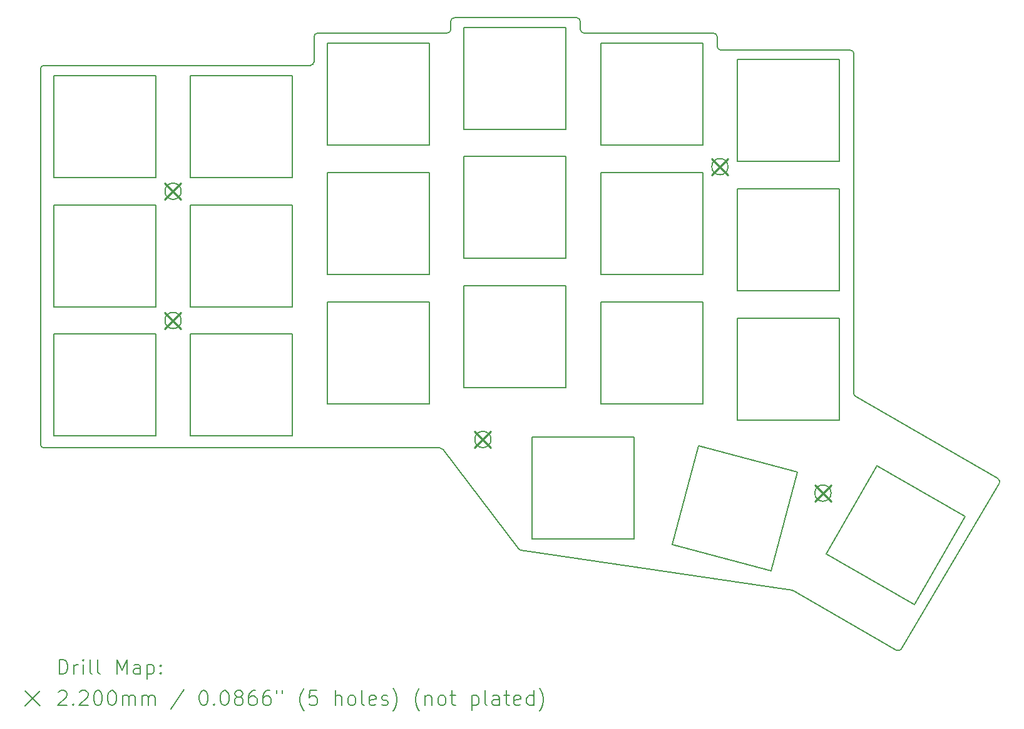
<source format=gbr>
%TF.GenerationSoftware,KiCad,Pcbnew,8.0.8+1*%
%TF.CreationDate,2025-07-09T04:57:59+00:00*%
%TF.ProjectId,frontplate,66726f6e-7470-46c6-9174-652e6b696361,0.2*%
%TF.SameCoordinates,Original*%
%TF.FileFunction,Drillmap*%
%TF.FilePolarity,Positive*%
%FSLAX45Y45*%
G04 Gerber Fmt 4.5, Leading zero omitted, Abs format (unit mm)*
G04 Created by KiCad (PCBNEW 8.0.8+1) date 2025-07-09 04:57:59*
%MOMM*%
%LPD*%
G01*
G04 APERTURE LIST*
%ADD10C,0.150000*%
%ADD11C,0.200000*%
%ADD12C,0.220000*%
G04 APERTURE END LIST*
D10*
X9131698Y-10801245D02*
X9131502Y-5720251D01*
X9181501Y-5670249D02*
X12781501Y-5670151D01*
X12831500Y-5620151D02*
X12831500Y-5282750D01*
X12881500Y-5232750D02*
X14631500Y-5232750D01*
X14681500Y-5182750D02*
X14681500Y-5075250D01*
X14731500Y-5025250D02*
X16384300Y-5025250D01*
X16434300Y-5075250D02*
X16434300Y-5182750D01*
X16484300Y-5232750D02*
X18234300Y-5232750D01*
X18284300Y-5282750D02*
X18284300Y-5412312D01*
X18334288Y-5462312D02*
X20083706Y-5462738D01*
X20133691Y-5513340D02*
X20131804Y-5669949D01*
X20131800Y-5670551D02*
X20131800Y-10111094D01*
X20156800Y-10154396D02*
X22081599Y-11265679D01*
X22099669Y-11334377D02*
X20779993Y-13572380D01*
X20711924Y-13590285D02*
X19318493Y-12785787D01*
X19300847Y-12779632D02*
X15624698Y-12233003D01*
X15592179Y-12213716D02*
X14575757Y-10870335D01*
X14535877Y-10850503D02*
X9181705Y-10851243D01*
X9131502Y-5720251D02*
G75*
G02*
X9181501Y-5670252I49998J1D01*
G01*
X12831500Y-5620151D02*
G75*
G02*
X12781501Y-5670150I-50000J1D01*
G01*
X12831500Y-5282750D02*
G75*
G02*
X12881500Y-5232750I50000J0D01*
G01*
X14681500Y-5182750D02*
G75*
G02*
X14631500Y-5232750I-50000J0D01*
G01*
X14681500Y-5075250D02*
G75*
G02*
X14731500Y-5025250I50000J0D01*
G01*
X16384300Y-5025250D02*
G75*
G02*
X16434300Y-5075250I0J-50000D01*
G01*
X16484300Y-5232750D02*
G75*
G02*
X16434300Y-5182750I0J50000D01*
G01*
X18234300Y-5232750D02*
G75*
G02*
X18284300Y-5282750I0J-50000D01*
G01*
X18334288Y-5462312D02*
G75*
G02*
X18284298Y-5412312I12J50002D01*
G01*
X20083706Y-5462738D02*
G75*
G02*
X20133689Y-5513340I-16J-50002D01*
G01*
X20131800Y-5670551D02*
G75*
G02*
X20131804Y-5669949I50400J1D01*
G01*
X20156800Y-10154396D02*
G75*
G02*
X20131796Y-10111094I25000J43306D01*
G01*
X22081599Y-11265679D02*
G75*
G02*
X22099669Y-11334377I-24999J-43301D01*
G01*
X20779993Y-13572380D02*
G75*
G02*
X20711922Y-13590288I-43073J25400D01*
G01*
X19300847Y-12779632D02*
G75*
G02*
X19318492Y-12785788I-7357J-49458D01*
G01*
X15624698Y-12233003D02*
G75*
G02*
X15592179Y-12213716I7352J49453D01*
G01*
X14535877Y-10850503D02*
G75*
G02*
X14575754Y-10870338I3J-49997D01*
G01*
X9181705Y-10851243D02*
G75*
G02*
X9131697Y-10801245I-5J50003D01*
G01*
X9310000Y-10690000D02*
X10690000Y-10690000D01*
X10690000Y-10690000D02*
X10690000Y-9310000D01*
X10690000Y-9310000D02*
X9310000Y-9310000D01*
X9310000Y-9310000D02*
X9310000Y-10690000D01*
X9310000Y-8940000D02*
X10690000Y-8940000D01*
X10690000Y-8940000D02*
X10690000Y-7560000D01*
X10690000Y-7560000D02*
X9310000Y-7560000D01*
X9310000Y-7560000D02*
X9310000Y-8940000D01*
X9310000Y-7190000D02*
X10690000Y-7190000D01*
X10690000Y-7190000D02*
X10690000Y-5810000D01*
X10690000Y-5810000D02*
X9310000Y-5810000D01*
X9310000Y-5810000D02*
X9310000Y-7190000D01*
X11160000Y-10690000D02*
X12540000Y-10690000D01*
X12540000Y-10690000D02*
X12540000Y-9310000D01*
X12540000Y-9310000D02*
X11160000Y-9310000D01*
X11160000Y-9310000D02*
X11160000Y-10690000D01*
X11160000Y-8940000D02*
X12540000Y-8940000D01*
X12540000Y-8940000D02*
X12540000Y-7560000D01*
X12540000Y-7560000D02*
X11160000Y-7560000D01*
X11160000Y-7560000D02*
X11160000Y-8940000D01*
X11160000Y-7190000D02*
X12540000Y-7190000D01*
X12540000Y-7190000D02*
X12540000Y-5810000D01*
X12540000Y-5810000D02*
X11160000Y-5810000D01*
X11160000Y-5810000D02*
X11160000Y-7190000D01*
X13010000Y-10252500D02*
X14390000Y-10252500D01*
X14390000Y-10252500D02*
X14390000Y-8872500D01*
X14390000Y-8872500D02*
X13010000Y-8872500D01*
X13010000Y-8872500D02*
X13010000Y-10252500D01*
X13010000Y-8502500D02*
X14390000Y-8502500D01*
X14390000Y-8502500D02*
X14390000Y-7122500D01*
X14390000Y-7122500D02*
X13010000Y-7122500D01*
X13010000Y-7122500D02*
X13010000Y-8502500D01*
X13010000Y-6752500D02*
X14390000Y-6752500D01*
X14390000Y-6752500D02*
X14390000Y-5372500D01*
X14390000Y-5372500D02*
X13010000Y-5372500D01*
X13010000Y-5372500D02*
X13010000Y-6752500D01*
X14860000Y-10033750D02*
X16240000Y-10033750D01*
X16240000Y-10033750D02*
X16240000Y-8653750D01*
X16240000Y-8653750D02*
X14860000Y-8653750D01*
X14860000Y-8653750D02*
X14860000Y-10033750D01*
X14860000Y-8283750D02*
X16240000Y-8283750D01*
X16240000Y-8283750D02*
X16240000Y-6903750D01*
X16240000Y-6903750D02*
X14860000Y-6903750D01*
X14860000Y-6903750D02*
X14860000Y-8283750D01*
X14860000Y-6533750D02*
X16240000Y-6533750D01*
X16240000Y-6533750D02*
X16240000Y-5153750D01*
X16240000Y-5153750D02*
X14860000Y-5153750D01*
X14860000Y-5153750D02*
X14860000Y-6533750D01*
X16710000Y-10252500D02*
X18090000Y-10252500D01*
X18090000Y-10252500D02*
X18090000Y-8872500D01*
X18090000Y-8872500D02*
X16710000Y-8872500D01*
X16710000Y-8872500D02*
X16710000Y-10252500D01*
X16710000Y-8502500D02*
X18090000Y-8502500D01*
X18090000Y-8502500D02*
X18090000Y-7122500D01*
X18090000Y-7122500D02*
X16710000Y-7122500D01*
X16710000Y-7122500D02*
X16710000Y-8502500D01*
X16710000Y-6752500D02*
X18090000Y-6752500D01*
X18090000Y-6752500D02*
X18090000Y-5372500D01*
X18090000Y-5372500D02*
X16710000Y-5372500D01*
X16710000Y-5372500D02*
X16710000Y-6752500D01*
X18560000Y-10471250D02*
X19940000Y-10471250D01*
X19940000Y-10471250D02*
X19940000Y-9091250D01*
X19940000Y-9091250D02*
X18560000Y-9091250D01*
X18560000Y-9091250D02*
X18560000Y-10471250D01*
X18560000Y-8721250D02*
X19940000Y-8721250D01*
X19940000Y-8721250D02*
X19940000Y-7341250D01*
X19940000Y-7341250D02*
X18560000Y-7341250D01*
X18560000Y-7341250D02*
X18560000Y-8721250D01*
X18560000Y-6971250D02*
X19940000Y-6971250D01*
X19940000Y-6971250D02*
X19940000Y-5591250D01*
X19940000Y-5591250D02*
X18560000Y-5591250D01*
X18560000Y-5591250D02*
X18560000Y-6971250D01*
X15785000Y-12083750D02*
X17165000Y-12083750D01*
X17165000Y-12083750D02*
X17165000Y-10703750D01*
X17165000Y-10703750D02*
X15785000Y-10703750D01*
X15785000Y-10703750D02*
X15785000Y-12083750D01*
X17679926Y-12156654D02*
X19012904Y-12513824D01*
X19012904Y-12513824D02*
X19370074Y-11180846D01*
X19370074Y-11180846D02*
X18037096Y-10823676D01*
X18037096Y-10823676D02*
X17679926Y-12156654D01*
X20953942Y-12974782D02*
X21643942Y-11779667D01*
X21643942Y-11779667D02*
X20448827Y-11089667D01*
X20448827Y-11089667D02*
X19758827Y-12284782D01*
X19758827Y-12284782D02*
X20953942Y-12974782D01*
X11035000Y-7375000D02*
G75*
G02*
X10815000Y-7375000I-110000J0D01*
G01*
X10815000Y-7375000D02*
G75*
G02*
X11035000Y-7375000I110000J0D01*
G01*
X11035000Y-9125000D02*
G75*
G02*
X10815000Y-9125000I-110000J0D01*
G01*
X10815000Y-9125000D02*
G75*
G02*
X11035000Y-9125000I110000J0D01*
G01*
X18431800Y-7042350D02*
G75*
G02*
X18211800Y-7042350I-110000J0D01*
G01*
X18211800Y-7042350D02*
G75*
G02*
X18431800Y-7042350I110000J0D01*
G01*
X15225700Y-10736500D02*
G75*
G02*
X15005700Y-10736500I-110000J0D01*
G01*
X15005700Y-10736500D02*
G75*
G02*
X15225700Y-10736500I110000J0D01*
G01*
X19825761Y-11463175D02*
G75*
G02*
X19605761Y-11463175I-110000J0D01*
G01*
X19605761Y-11463175D02*
G75*
G02*
X19825761Y-11463175I110000J0D01*
G01*
D11*
D12*
X10815000Y-7265000D02*
X11035000Y-7485000D01*
X11035000Y-7265000D02*
X10815000Y-7485000D01*
X10815000Y-9015000D02*
X11035000Y-9235000D01*
X11035000Y-9015000D02*
X10815000Y-9235000D01*
X15005700Y-10626500D02*
X15225700Y-10846500D01*
X15225700Y-10626500D02*
X15005700Y-10846500D01*
X18211800Y-6932350D02*
X18431800Y-7152350D01*
X18431800Y-6932350D02*
X18211800Y-7152350D01*
X19605761Y-11353175D02*
X19825761Y-11573175D01*
X19825761Y-11353175D02*
X19605761Y-11573175D01*
D11*
X9384779Y-13915969D02*
X9384779Y-13715969D01*
X9384779Y-13715969D02*
X9432398Y-13715969D01*
X9432398Y-13715969D02*
X9460969Y-13725492D01*
X9460969Y-13725492D02*
X9480017Y-13744540D01*
X9480017Y-13744540D02*
X9489541Y-13763588D01*
X9489541Y-13763588D02*
X9499064Y-13801683D01*
X9499064Y-13801683D02*
X9499064Y-13830254D01*
X9499064Y-13830254D02*
X9489541Y-13868350D01*
X9489541Y-13868350D02*
X9480017Y-13887397D01*
X9480017Y-13887397D02*
X9460969Y-13906445D01*
X9460969Y-13906445D02*
X9432398Y-13915969D01*
X9432398Y-13915969D02*
X9384779Y-13915969D01*
X9584779Y-13915969D02*
X9584779Y-13782635D01*
X9584779Y-13820731D02*
X9594303Y-13801683D01*
X9594303Y-13801683D02*
X9603826Y-13792159D01*
X9603826Y-13792159D02*
X9622874Y-13782635D01*
X9622874Y-13782635D02*
X9641922Y-13782635D01*
X9708588Y-13915969D02*
X9708588Y-13782635D01*
X9708588Y-13715969D02*
X9699064Y-13725492D01*
X9699064Y-13725492D02*
X9708588Y-13735016D01*
X9708588Y-13735016D02*
X9718112Y-13725492D01*
X9718112Y-13725492D02*
X9708588Y-13715969D01*
X9708588Y-13715969D02*
X9708588Y-13735016D01*
X9832398Y-13915969D02*
X9813350Y-13906445D01*
X9813350Y-13906445D02*
X9803826Y-13887397D01*
X9803826Y-13887397D02*
X9803826Y-13715969D01*
X9937160Y-13915969D02*
X9918112Y-13906445D01*
X9918112Y-13906445D02*
X9908588Y-13887397D01*
X9908588Y-13887397D02*
X9908588Y-13715969D01*
X10165731Y-13915969D02*
X10165731Y-13715969D01*
X10165731Y-13715969D02*
X10232398Y-13858826D01*
X10232398Y-13858826D02*
X10299064Y-13715969D01*
X10299064Y-13715969D02*
X10299064Y-13915969D01*
X10480017Y-13915969D02*
X10480017Y-13811207D01*
X10480017Y-13811207D02*
X10470493Y-13792159D01*
X10470493Y-13792159D02*
X10451445Y-13782635D01*
X10451445Y-13782635D02*
X10413350Y-13782635D01*
X10413350Y-13782635D02*
X10394303Y-13792159D01*
X10480017Y-13906445D02*
X10460969Y-13915969D01*
X10460969Y-13915969D02*
X10413350Y-13915969D01*
X10413350Y-13915969D02*
X10394303Y-13906445D01*
X10394303Y-13906445D02*
X10384779Y-13887397D01*
X10384779Y-13887397D02*
X10384779Y-13868350D01*
X10384779Y-13868350D02*
X10394303Y-13849302D01*
X10394303Y-13849302D02*
X10413350Y-13839778D01*
X10413350Y-13839778D02*
X10460969Y-13839778D01*
X10460969Y-13839778D02*
X10480017Y-13830254D01*
X10575255Y-13782635D02*
X10575255Y-13982635D01*
X10575255Y-13792159D02*
X10594303Y-13782635D01*
X10594303Y-13782635D02*
X10632398Y-13782635D01*
X10632398Y-13782635D02*
X10651445Y-13792159D01*
X10651445Y-13792159D02*
X10660969Y-13801683D01*
X10660969Y-13801683D02*
X10670493Y-13820731D01*
X10670493Y-13820731D02*
X10670493Y-13877873D01*
X10670493Y-13877873D02*
X10660969Y-13896921D01*
X10660969Y-13896921D02*
X10651445Y-13906445D01*
X10651445Y-13906445D02*
X10632398Y-13915969D01*
X10632398Y-13915969D02*
X10594303Y-13915969D01*
X10594303Y-13915969D02*
X10575255Y-13906445D01*
X10756207Y-13896921D02*
X10765731Y-13906445D01*
X10765731Y-13906445D02*
X10756207Y-13915969D01*
X10756207Y-13915969D02*
X10746684Y-13906445D01*
X10746684Y-13906445D02*
X10756207Y-13896921D01*
X10756207Y-13896921D02*
X10756207Y-13915969D01*
X10756207Y-13792159D02*
X10765731Y-13801683D01*
X10765731Y-13801683D02*
X10756207Y-13811207D01*
X10756207Y-13811207D02*
X10746684Y-13801683D01*
X10746684Y-13801683D02*
X10756207Y-13792159D01*
X10756207Y-13792159D02*
X10756207Y-13811207D01*
X8924002Y-14144485D02*
X9124002Y-14344485D01*
X9124002Y-14144485D02*
X8924002Y-14344485D01*
X9375255Y-14155016D02*
X9384779Y-14145492D01*
X9384779Y-14145492D02*
X9403826Y-14135969D01*
X9403826Y-14135969D02*
X9451445Y-14135969D01*
X9451445Y-14135969D02*
X9470493Y-14145492D01*
X9470493Y-14145492D02*
X9480017Y-14155016D01*
X9480017Y-14155016D02*
X9489541Y-14174064D01*
X9489541Y-14174064D02*
X9489541Y-14193111D01*
X9489541Y-14193111D02*
X9480017Y-14221683D01*
X9480017Y-14221683D02*
X9365731Y-14335969D01*
X9365731Y-14335969D02*
X9489541Y-14335969D01*
X9575255Y-14316921D02*
X9584779Y-14326445D01*
X9584779Y-14326445D02*
X9575255Y-14335969D01*
X9575255Y-14335969D02*
X9565731Y-14326445D01*
X9565731Y-14326445D02*
X9575255Y-14316921D01*
X9575255Y-14316921D02*
X9575255Y-14335969D01*
X9660969Y-14155016D02*
X9670493Y-14145492D01*
X9670493Y-14145492D02*
X9689541Y-14135969D01*
X9689541Y-14135969D02*
X9737160Y-14135969D01*
X9737160Y-14135969D02*
X9756207Y-14145492D01*
X9756207Y-14145492D02*
X9765731Y-14155016D01*
X9765731Y-14155016D02*
X9775255Y-14174064D01*
X9775255Y-14174064D02*
X9775255Y-14193111D01*
X9775255Y-14193111D02*
X9765731Y-14221683D01*
X9765731Y-14221683D02*
X9651445Y-14335969D01*
X9651445Y-14335969D02*
X9775255Y-14335969D01*
X9899064Y-14135969D02*
X9918112Y-14135969D01*
X9918112Y-14135969D02*
X9937160Y-14145492D01*
X9937160Y-14145492D02*
X9946684Y-14155016D01*
X9946684Y-14155016D02*
X9956207Y-14174064D01*
X9956207Y-14174064D02*
X9965731Y-14212159D01*
X9965731Y-14212159D02*
X9965731Y-14259778D01*
X9965731Y-14259778D02*
X9956207Y-14297873D01*
X9956207Y-14297873D02*
X9946684Y-14316921D01*
X9946684Y-14316921D02*
X9937160Y-14326445D01*
X9937160Y-14326445D02*
X9918112Y-14335969D01*
X9918112Y-14335969D02*
X9899064Y-14335969D01*
X9899064Y-14335969D02*
X9880017Y-14326445D01*
X9880017Y-14326445D02*
X9870493Y-14316921D01*
X9870493Y-14316921D02*
X9860969Y-14297873D01*
X9860969Y-14297873D02*
X9851445Y-14259778D01*
X9851445Y-14259778D02*
X9851445Y-14212159D01*
X9851445Y-14212159D02*
X9860969Y-14174064D01*
X9860969Y-14174064D02*
X9870493Y-14155016D01*
X9870493Y-14155016D02*
X9880017Y-14145492D01*
X9880017Y-14145492D02*
X9899064Y-14135969D01*
X10089541Y-14135969D02*
X10108588Y-14135969D01*
X10108588Y-14135969D02*
X10127636Y-14145492D01*
X10127636Y-14145492D02*
X10137160Y-14155016D01*
X10137160Y-14155016D02*
X10146684Y-14174064D01*
X10146684Y-14174064D02*
X10156207Y-14212159D01*
X10156207Y-14212159D02*
X10156207Y-14259778D01*
X10156207Y-14259778D02*
X10146684Y-14297873D01*
X10146684Y-14297873D02*
X10137160Y-14316921D01*
X10137160Y-14316921D02*
X10127636Y-14326445D01*
X10127636Y-14326445D02*
X10108588Y-14335969D01*
X10108588Y-14335969D02*
X10089541Y-14335969D01*
X10089541Y-14335969D02*
X10070493Y-14326445D01*
X10070493Y-14326445D02*
X10060969Y-14316921D01*
X10060969Y-14316921D02*
X10051445Y-14297873D01*
X10051445Y-14297873D02*
X10041922Y-14259778D01*
X10041922Y-14259778D02*
X10041922Y-14212159D01*
X10041922Y-14212159D02*
X10051445Y-14174064D01*
X10051445Y-14174064D02*
X10060969Y-14155016D01*
X10060969Y-14155016D02*
X10070493Y-14145492D01*
X10070493Y-14145492D02*
X10089541Y-14135969D01*
X10241922Y-14335969D02*
X10241922Y-14202635D01*
X10241922Y-14221683D02*
X10251445Y-14212159D01*
X10251445Y-14212159D02*
X10270493Y-14202635D01*
X10270493Y-14202635D02*
X10299065Y-14202635D01*
X10299065Y-14202635D02*
X10318112Y-14212159D01*
X10318112Y-14212159D02*
X10327636Y-14231207D01*
X10327636Y-14231207D02*
X10327636Y-14335969D01*
X10327636Y-14231207D02*
X10337160Y-14212159D01*
X10337160Y-14212159D02*
X10356207Y-14202635D01*
X10356207Y-14202635D02*
X10384779Y-14202635D01*
X10384779Y-14202635D02*
X10403826Y-14212159D01*
X10403826Y-14212159D02*
X10413350Y-14231207D01*
X10413350Y-14231207D02*
X10413350Y-14335969D01*
X10508588Y-14335969D02*
X10508588Y-14202635D01*
X10508588Y-14221683D02*
X10518112Y-14212159D01*
X10518112Y-14212159D02*
X10537160Y-14202635D01*
X10537160Y-14202635D02*
X10565731Y-14202635D01*
X10565731Y-14202635D02*
X10584779Y-14212159D01*
X10584779Y-14212159D02*
X10594303Y-14231207D01*
X10594303Y-14231207D02*
X10594303Y-14335969D01*
X10594303Y-14231207D02*
X10603826Y-14212159D01*
X10603826Y-14212159D02*
X10622874Y-14202635D01*
X10622874Y-14202635D02*
X10651445Y-14202635D01*
X10651445Y-14202635D02*
X10670493Y-14212159D01*
X10670493Y-14212159D02*
X10680017Y-14231207D01*
X10680017Y-14231207D02*
X10680017Y-14335969D01*
X11070493Y-14126445D02*
X10899065Y-14383588D01*
X11327636Y-14135969D02*
X11346684Y-14135969D01*
X11346684Y-14135969D02*
X11365731Y-14145492D01*
X11365731Y-14145492D02*
X11375255Y-14155016D01*
X11375255Y-14155016D02*
X11384779Y-14174064D01*
X11384779Y-14174064D02*
X11394303Y-14212159D01*
X11394303Y-14212159D02*
X11394303Y-14259778D01*
X11394303Y-14259778D02*
X11384779Y-14297873D01*
X11384779Y-14297873D02*
X11375255Y-14316921D01*
X11375255Y-14316921D02*
X11365731Y-14326445D01*
X11365731Y-14326445D02*
X11346684Y-14335969D01*
X11346684Y-14335969D02*
X11327636Y-14335969D01*
X11327636Y-14335969D02*
X11308588Y-14326445D01*
X11308588Y-14326445D02*
X11299065Y-14316921D01*
X11299065Y-14316921D02*
X11289541Y-14297873D01*
X11289541Y-14297873D02*
X11280017Y-14259778D01*
X11280017Y-14259778D02*
X11280017Y-14212159D01*
X11280017Y-14212159D02*
X11289541Y-14174064D01*
X11289541Y-14174064D02*
X11299065Y-14155016D01*
X11299065Y-14155016D02*
X11308588Y-14145492D01*
X11308588Y-14145492D02*
X11327636Y-14135969D01*
X11480017Y-14316921D02*
X11489541Y-14326445D01*
X11489541Y-14326445D02*
X11480017Y-14335969D01*
X11480017Y-14335969D02*
X11470493Y-14326445D01*
X11470493Y-14326445D02*
X11480017Y-14316921D01*
X11480017Y-14316921D02*
X11480017Y-14335969D01*
X11613350Y-14135969D02*
X11632398Y-14135969D01*
X11632398Y-14135969D02*
X11651446Y-14145492D01*
X11651446Y-14145492D02*
X11660969Y-14155016D01*
X11660969Y-14155016D02*
X11670493Y-14174064D01*
X11670493Y-14174064D02*
X11680017Y-14212159D01*
X11680017Y-14212159D02*
X11680017Y-14259778D01*
X11680017Y-14259778D02*
X11670493Y-14297873D01*
X11670493Y-14297873D02*
X11660969Y-14316921D01*
X11660969Y-14316921D02*
X11651446Y-14326445D01*
X11651446Y-14326445D02*
X11632398Y-14335969D01*
X11632398Y-14335969D02*
X11613350Y-14335969D01*
X11613350Y-14335969D02*
X11594303Y-14326445D01*
X11594303Y-14326445D02*
X11584779Y-14316921D01*
X11584779Y-14316921D02*
X11575255Y-14297873D01*
X11575255Y-14297873D02*
X11565731Y-14259778D01*
X11565731Y-14259778D02*
X11565731Y-14212159D01*
X11565731Y-14212159D02*
X11575255Y-14174064D01*
X11575255Y-14174064D02*
X11584779Y-14155016D01*
X11584779Y-14155016D02*
X11594303Y-14145492D01*
X11594303Y-14145492D02*
X11613350Y-14135969D01*
X11794303Y-14221683D02*
X11775255Y-14212159D01*
X11775255Y-14212159D02*
X11765731Y-14202635D01*
X11765731Y-14202635D02*
X11756207Y-14183588D01*
X11756207Y-14183588D02*
X11756207Y-14174064D01*
X11756207Y-14174064D02*
X11765731Y-14155016D01*
X11765731Y-14155016D02*
X11775255Y-14145492D01*
X11775255Y-14145492D02*
X11794303Y-14135969D01*
X11794303Y-14135969D02*
X11832398Y-14135969D01*
X11832398Y-14135969D02*
X11851446Y-14145492D01*
X11851446Y-14145492D02*
X11860969Y-14155016D01*
X11860969Y-14155016D02*
X11870493Y-14174064D01*
X11870493Y-14174064D02*
X11870493Y-14183588D01*
X11870493Y-14183588D02*
X11860969Y-14202635D01*
X11860969Y-14202635D02*
X11851446Y-14212159D01*
X11851446Y-14212159D02*
X11832398Y-14221683D01*
X11832398Y-14221683D02*
X11794303Y-14221683D01*
X11794303Y-14221683D02*
X11775255Y-14231207D01*
X11775255Y-14231207D02*
X11765731Y-14240731D01*
X11765731Y-14240731D02*
X11756207Y-14259778D01*
X11756207Y-14259778D02*
X11756207Y-14297873D01*
X11756207Y-14297873D02*
X11765731Y-14316921D01*
X11765731Y-14316921D02*
X11775255Y-14326445D01*
X11775255Y-14326445D02*
X11794303Y-14335969D01*
X11794303Y-14335969D02*
X11832398Y-14335969D01*
X11832398Y-14335969D02*
X11851446Y-14326445D01*
X11851446Y-14326445D02*
X11860969Y-14316921D01*
X11860969Y-14316921D02*
X11870493Y-14297873D01*
X11870493Y-14297873D02*
X11870493Y-14259778D01*
X11870493Y-14259778D02*
X11860969Y-14240731D01*
X11860969Y-14240731D02*
X11851446Y-14231207D01*
X11851446Y-14231207D02*
X11832398Y-14221683D01*
X12041922Y-14135969D02*
X12003826Y-14135969D01*
X12003826Y-14135969D02*
X11984779Y-14145492D01*
X11984779Y-14145492D02*
X11975255Y-14155016D01*
X11975255Y-14155016D02*
X11956207Y-14183588D01*
X11956207Y-14183588D02*
X11946684Y-14221683D01*
X11946684Y-14221683D02*
X11946684Y-14297873D01*
X11946684Y-14297873D02*
X11956207Y-14316921D01*
X11956207Y-14316921D02*
X11965731Y-14326445D01*
X11965731Y-14326445D02*
X11984779Y-14335969D01*
X11984779Y-14335969D02*
X12022874Y-14335969D01*
X12022874Y-14335969D02*
X12041922Y-14326445D01*
X12041922Y-14326445D02*
X12051446Y-14316921D01*
X12051446Y-14316921D02*
X12060969Y-14297873D01*
X12060969Y-14297873D02*
X12060969Y-14250254D01*
X12060969Y-14250254D02*
X12051446Y-14231207D01*
X12051446Y-14231207D02*
X12041922Y-14221683D01*
X12041922Y-14221683D02*
X12022874Y-14212159D01*
X12022874Y-14212159D02*
X11984779Y-14212159D01*
X11984779Y-14212159D02*
X11965731Y-14221683D01*
X11965731Y-14221683D02*
X11956207Y-14231207D01*
X11956207Y-14231207D02*
X11946684Y-14250254D01*
X12232398Y-14135969D02*
X12194303Y-14135969D01*
X12194303Y-14135969D02*
X12175255Y-14145492D01*
X12175255Y-14145492D02*
X12165731Y-14155016D01*
X12165731Y-14155016D02*
X12146684Y-14183588D01*
X12146684Y-14183588D02*
X12137160Y-14221683D01*
X12137160Y-14221683D02*
X12137160Y-14297873D01*
X12137160Y-14297873D02*
X12146684Y-14316921D01*
X12146684Y-14316921D02*
X12156207Y-14326445D01*
X12156207Y-14326445D02*
X12175255Y-14335969D01*
X12175255Y-14335969D02*
X12213350Y-14335969D01*
X12213350Y-14335969D02*
X12232398Y-14326445D01*
X12232398Y-14326445D02*
X12241922Y-14316921D01*
X12241922Y-14316921D02*
X12251446Y-14297873D01*
X12251446Y-14297873D02*
X12251446Y-14250254D01*
X12251446Y-14250254D02*
X12241922Y-14231207D01*
X12241922Y-14231207D02*
X12232398Y-14221683D01*
X12232398Y-14221683D02*
X12213350Y-14212159D01*
X12213350Y-14212159D02*
X12175255Y-14212159D01*
X12175255Y-14212159D02*
X12156207Y-14221683D01*
X12156207Y-14221683D02*
X12146684Y-14231207D01*
X12146684Y-14231207D02*
X12137160Y-14250254D01*
X12327636Y-14135969D02*
X12327636Y-14174064D01*
X12403827Y-14135969D02*
X12403827Y-14174064D01*
X12699065Y-14412159D02*
X12689541Y-14402635D01*
X12689541Y-14402635D02*
X12670493Y-14374064D01*
X12670493Y-14374064D02*
X12660969Y-14355016D01*
X12660969Y-14355016D02*
X12651446Y-14326445D01*
X12651446Y-14326445D02*
X12641922Y-14278826D01*
X12641922Y-14278826D02*
X12641922Y-14240731D01*
X12641922Y-14240731D02*
X12651446Y-14193111D01*
X12651446Y-14193111D02*
X12660969Y-14164540D01*
X12660969Y-14164540D02*
X12670493Y-14145492D01*
X12670493Y-14145492D02*
X12689541Y-14116921D01*
X12689541Y-14116921D02*
X12699065Y-14107397D01*
X12870493Y-14135969D02*
X12775255Y-14135969D01*
X12775255Y-14135969D02*
X12765731Y-14231207D01*
X12765731Y-14231207D02*
X12775255Y-14221683D01*
X12775255Y-14221683D02*
X12794303Y-14212159D01*
X12794303Y-14212159D02*
X12841922Y-14212159D01*
X12841922Y-14212159D02*
X12860969Y-14221683D01*
X12860969Y-14221683D02*
X12870493Y-14231207D01*
X12870493Y-14231207D02*
X12880017Y-14250254D01*
X12880017Y-14250254D02*
X12880017Y-14297873D01*
X12880017Y-14297873D02*
X12870493Y-14316921D01*
X12870493Y-14316921D02*
X12860969Y-14326445D01*
X12860969Y-14326445D02*
X12841922Y-14335969D01*
X12841922Y-14335969D02*
X12794303Y-14335969D01*
X12794303Y-14335969D02*
X12775255Y-14326445D01*
X12775255Y-14326445D02*
X12765731Y-14316921D01*
X13118112Y-14335969D02*
X13118112Y-14135969D01*
X13203827Y-14335969D02*
X13203827Y-14231207D01*
X13203827Y-14231207D02*
X13194303Y-14212159D01*
X13194303Y-14212159D02*
X13175255Y-14202635D01*
X13175255Y-14202635D02*
X13146684Y-14202635D01*
X13146684Y-14202635D02*
X13127636Y-14212159D01*
X13127636Y-14212159D02*
X13118112Y-14221683D01*
X13327636Y-14335969D02*
X13308589Y-14326445D01*
X13308589Y-14326445D02*
X13299065Y-14316921D01*
X13299065Y-14316921D02*
X13289541Y-14297873D01*
X13289541Y-14297873D02*
X13289541Y-14240731D01*
X13289541Y-14240731D02*
X13299065Y-14221683D01*
X13299065Y-14221683D02*
X13308589Y-14212159D01*
X13308589Y-14212159D02*
X13327636Y-14202635D01*
X13327636Y-14202635D02*
X13356208Y-14202635D01*
X13356208Y-14202635D02*
X13375255Y-14212159D01*
X13375255Y-14212159D02*
X13384779Y-14221683D01*
X13384779Y-14221683D02*
X13394303Y-14240731D01*
X13394303Y-14240731D02*
X13394303Y-14297873D01*
X13394303Y-14297873D02*
X13384779Y-14316921D01*
X13384779Y-14316921D02*
X13375255Y-14326445D01*
X13375255Y-14326445D02*
X13356208Y-14335969D01*
X13356208Y-14335969D02*
X13327636Y-14335969D01*
X13508589Y-14335969D02*
X13489541Y-14326445D01*
X13489541Y-14326445D02*
X13480017Y-14307397D01*
X13480017Y-14307397D02*
X13480017Y-14135969D01*
X13660970Y-14326445D02*
X13641922Y-14335969D01*
X13641922Y-14335969D02*
X13603827Y-14335969D01*
X13603827Y-14335969D02*
X13584779Y-14326445D01*
X13584779Y-14326445D02*
X13575255Y-14307397D01*
X13575255Y-14307397D02*
X13575255Y-14231207D01*
X13575255Y-14231207D02*
X13584779Y-14212159D01*
X13584779Y-14212159D02*
X13603827Y-14202635D01*
X13603827Y-14202635D02*
X13641922Y-14202635D01*
X13641922Y-14202635D02*
X13660970Y-14212159D01*
X13660970Y-14212159D02*
X13670493Y-14231207D01*
X13670493Y-14231207D02*
X13670493Y-14250254D01*
X13670493Y-14250254D02*
X13575255Y-14269302D01*
X13746684Y-14326445D02*
X13765731Y-14335969D01*
X13765731Y-14335969D02*
X13803827Y-14335969D01*
X13803827Y-14335969D02*
X13822874Y-14326445D01*
X13822874Y-14326445D02*
X13832398Y-14307397D01*
X13832398Y-14307397D02*
X13832398Y-14297873D01*
X13832398Y-14297873D02*
X13822874Y-14278826D01*
X13822874Y-14278826D02*
X13803827Y-14269302D01*
X13803827Y-14269302D02*
X13775255Y-14269302D01*
X13775255Y-14269302D02*
X13756208Y-14259778D01*
X13756208Y-14259778D02*
X13746684Y-14240731D01*
X13746684Y-14240731D02*
X13746684Y-14231207D01*
X13746684Y-14231207D02*
X13756208Y-14212159D01*
X13756208Y-14212159D02*
X13775255Y-14202635D01*
X13775255Y-14202635D02*
X13803827Y-14202635D01*
X13803827Y-14202635D02*
X13822874Y-14212159D01*
X13899065Y-14412159D02*
X13908589Y-14402635D01*
X13908589Y-14402635D02*
X13927636Y-14374064D01*
X13927636Y-14374064D02*
X13937160Y-14355016D01*
X13937160Y-14355016D02*
X13946684Y-14326445D01*
X13946684Y-14326445D02*
X13956208Y-14278826D01*
X13956208Y-14278826D02*
X13956208Y-14240731D01*
X13956208Y-14240731D02*
X13946684Y-14193111D01*
X13946684Y-14193111D02*
X13937160Y-14164540D01*
X13937160Y-14164540D02*
X13927636Y-14145492D01*
X13927636Y-14145492D02*
X13908589Y-14116921D01*
X13908589Y-14116921D02*
X13899065Y-14107397D01*
X14260970Y-14412159D02*
X14251446Y-14402635D01*
X14251446Y-14402635D02*
X14232398Y-14374064D01*
X14232398Y-14374064D02*
X14222874Y-14355016D01*
X14222874Y-14355016D02*
X14213351Y-14326445D01*
X14213351Y-14326445D02*
X14203827Y-14278826D01*
X14203827Y-14278826D02*
X14203827Y-14240731D01*
X14203827Y-14240731D02*
X14213351Y-14193111D01*
X14213351Y-14193111D02*
X14222874Y-14164540D01*
X14222874Y-14164540D02*
X14232398Y-14145492D01*
X14232398Y-14145492D02*
X14251446Y-14116921D01*
X14251446Y-14116921D02*
X14260970Y-14107397D01*
X14337160Y-14202635D02*
X14337160Y-14335969D01*
X14337160Y-14221683D02*
X14346684Y-14212159D01*
X14346684Y-14212159D02*
X14365731Y-14202635D01*
X14365731Y-14202635D02*
X14394303Y-14202635D01*
X14394303Y-14202635D02*
X14413351Y-14212159D01*
X14413351Y-14212159D02*
X14422874Y-14231207D01*
X14422874Y-14231207D02*
X14422874Y-14335969D01*
X14546684Y-14335969D02*
X14527636Y-14326445D01*
X14527636Y-14326445D02*
X14518112Y-14316921D01*
X14518112Y-14316921D02*
X14508589Y-14297873D01*
X14508589Y-14297873D02*
X14508589Y-14240731D01*
X14508589Y-14240731D02*
X14518112Y-14221683D01*
X14518112Y-14221683D02*
X14527636Y-14212159D01*
X14527636Y-14212159D02*
X14546684Y-14202635D01*
X14546684Y-14202635D02*
X14575255Y-14202635D01*
X14575255Y-14202635D02*
X14594303Y-14212159D01*
X14594303Y-14212159D02*
X14603827Y-14221683D01*
X14603827Y-14221683D02*
X14613351Y-14240731D01*
X14613351Y-14240731D02*
X14613351Y-14297873D01*
X14613351Y-14297873D02*
X14603827Y-14316921D01*
X14603827Y-14316921D02*
X14594303Y-14326445D01*
X14594303Y-14326445D02*
X14575255Y-14335969D01*
X14575255Y-14335969D02*
X14546684Y-14335969D01*
X14670493Y-14202635D02*
X14746684Y-14202635D01*
X14699065Y-14135969D02*
X14699065Y-14307397D01*
X14699065Y-14307397D02*
X14708589Y-14326445D01*
X14708589Y-14326445D02*
X14727636Y-14335969D01*
X14727636Y-14335969D02*
X14746684Y-14335969D01*
X14965732Y-14202635D02*
X14965732Y-14402635D01*
X14965732Y-14212159D02*
X14984779Y-14202635D01*
X14984779Y-14202635D02*
X15022874Y-14202635D01*
X15022874Y-14202635D02*
X15041922Y-14212159D01*
X15041922Y-14212159D02*
X15051446Y-14221683D01*
X15051446Y-14221683D02*
X15060970Y-14240731D01*
X15060970Y-14240731D02*
X15060970Y-14297873D01*
X15060970Y-14297873D02*
X15051446Y-14316921D01*
X15051446Y-14316921D02*
X15041922Y-14326445D01*
X15041922Y-14326445D02*
X15022874Y-14335969D01*
X15022874Y-14335969D02*
X14984779Y-14335969D01*
X14984779Y-14335969D02*
X14965732Y-14326445D01*
X15175255Y-14335969D02*
X15156208Y-14326445D01*
X15156208Y-14326445D02*
X15146684Y-14307397D01*
X15146684Y-14307397D02*
X15146684Y-14135969D01*
X15337160Y-14335969D02*
X15337160Y-14231207D01*
X15337160Y-14231207D02*
X15327636Y-14212159D01*
X15327636Y-14212159D02*
X15308589Y-14202635D01*
X15308589Y-14202635D02*
X15270493Y-14202635D01*
X15270493Y-14202635D02*
X15251446Y-14212159D01*
X15337160Y-14326445D02*
X15318113Y-14335969D01*
X15318113Y-14335969D02*
X15270493Y-14335969D01*
X15270493Y-14335969D02*
X15251446Y-14326445D01*
X15251446Y-14326445D02*
X15241922Y-14307397D01*
X15241922Y-14307397D02*
X15241922Y-14288350D01*
X15241922Y-14288350D02*
X15251446Y-14269302D01*
X15251446Y-14269302D02*
X15270493Y-14259778D01*
X15270493Y-14259778D02*
X15318113Y-14259778D01*
X15318113Y-14259778D02*
X15337160Y-14250254D01*
X15403827Y-14202635D02*
X15480017Y-14202635D01*
X15432398Y-14135969D02*
X15432398Y-14307397D01*
X15432398Y-14307397D02*
X15441922Y-14326445D01*
X15441922Y-14326445D02*
X15460970Y-14335969D01*
X15460970Y-14335969D02*
X15480017Y-14335969D01*
X15622874Y-14326445D02*
X15603827Y-14335969D01*
X15603827Y-14335969D02*
X15565732Y-14335969D01*
X15565732Y-14335969D02*
X15546684Y-14326445D01*
X15546684Y-14326445D02*
X15537160Y-14307397D01*
X15537160Y-14307397D02*
X15537160Y-14231207D01*
X15537160Y-14231207D02*
X15546684Y-14212159D01*
X15546684Y-14212159D02*
X15565732Y-14202635D01*
X15565732Y-14202635D02*
X15603827Y-14202635D01*
X15603827Y-14202635D02*
X15622874Y-14212159D01*
X15622874Y-14212159D02*
X15632398Y-14231207D01*
X15632398Y-14231207D02*
X15632398Y-14250254D01*
X15632398Y-14250254D02*
X15537160Y-14269302D01*
X15803827Y-14335969D02*
X15803827Y-14135969D01*
X15803827Y-14326445D02*
X15784779Y-14335969D01*
X15784779Y-14335969D02*
X15746684Y-14335969D01*
X15746684Y-14335969D02*
X15727636Y-14326445D01*
X15727636Y-14326445D02*
X15718113Y-14316921D01*
X15718113Y-14316921D02*
X15708589Y-14297873D01*
X15708589Y-14297873D02*
X15708589Y-14240731D01*
X15708589Y-14240731D02*
X15718113Y-14221683D01*
X15718113Y-14221683D02*
X15727636Y-14212159D01*
X15727636Y-14212159D02*
X15746684Y-14202635D01*
X15746684Y-14202635D02*
X15784779Y-14202635D01*
X15784779Y-14202635D02*
X15803827Y-14212159D01*
X15880017Y-14412159D02*
X15889541Y-14402635D01*
X15889541Y-14402635D02*
X15908589Y-14374064D01*
X15908589Y-14374064D02*
X15918113Y-14355016D01*
X15918113Y-14355016D02*
X15927636Y-14326445D01*
X15927636Y-14326445D02*
X15937160Y-14278826D01*
X15937160Y-14278826D02*
X15937160Y-14240731D01*
X15937160Y-14240731D02*
X15927636Y-14193111D01*
X15927636Y-14193111D02*
X15918113Y-14164540D01*
X15918113Y-14164540D02*
X15908589Y-14145492D01*
X15908589Y-14145492D02*
X15889541Y-14116921D01*
X15889541Y-14116921D02*
X15880017Y-14107397D01*
M02*

</source>
